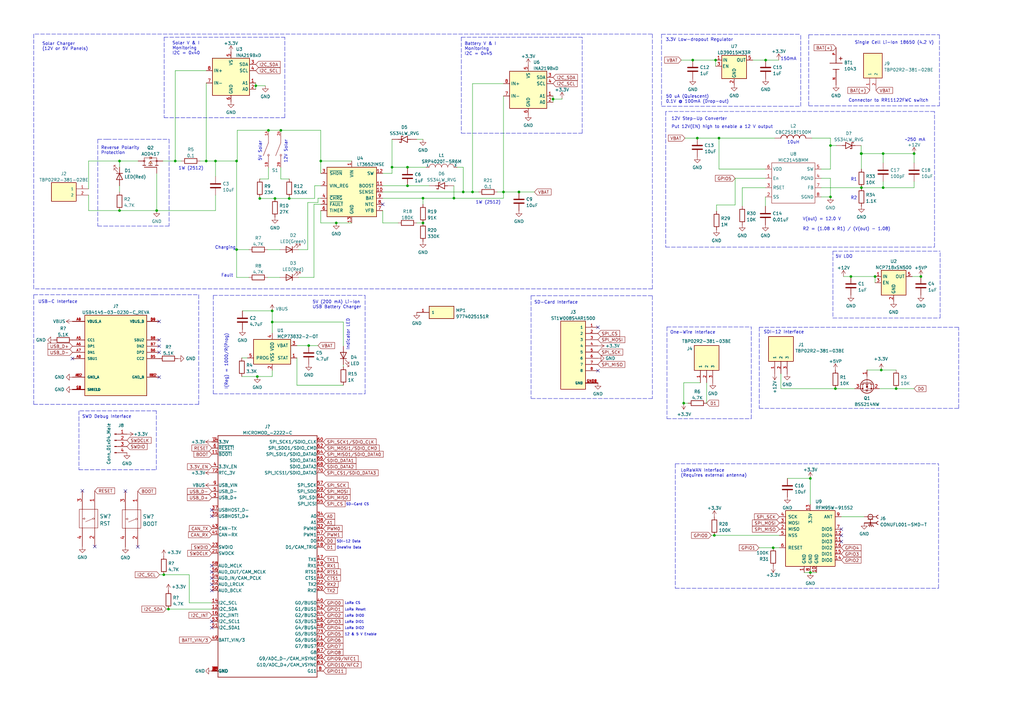
<source format=kicad_sch>
(kicad_sch (version 20211123) (generator eeschema)
  (paper "A3")
  (junction (at 348.996 113.411))
  (junction (at 84.582 66.04))
  (junction (at 361.442 151.765))
  (junction (at 69.088 249.809))
  (junction (at 88.392 66.04))
  (junction (at 374.904 62.992))
  (junction (at 173.482 91.44))
  (junction (at 367.538 159.385))
  (junction (at 49.022 66.04))
  (junction (at 332.359 234.823))
  (junction (at 377.698 113.411))
  (junction (at 110.109 53.467))
  (junction (at 104.902 35.179))
  (junction (at 332.359 196.215))
  (junction (at 126.619 141.732))
  (junction (at 226.822 40.64))
  (junction (at 186.182 81.28))
  (junction (at 71.882 66.04))
  (junction (at 105.537 154.432))
  (junction (at 160.782 68.58))
  (junction (at 353.314 76.962))
  (junction (at 292.989 219.583))
  (junction (at 173.482 81.28))
  (junction (at 284.1244 24.638))
  (junction (at 206.502 78.74))
  (junction (at 353.314 62.992))
  (junction (at 314.0202 24.638))
  (junction (at 212.852 78.74))
  (junction (at 111.633 127.508))
  (junction (at 167.132 76.2))
  (junction (at 362.204 62.992))
  (junction (at 317.119 224.663))
  (junction (at 115.189 53.467))
  (junction (at 67.183 235.712))
  (junction (at 286.004 56.642))
  (junction (at 189.992 78.74))
  (junction (at 362.204 76.962))
  (junction (at 112.776 81.407))
  (junction (at 340.614 59.69))
  (junction (at 280.416 165.354))
  (junction (at 358.902 113.411))
  (junction (at 111.633 132.08))
  (junction (at 97.028 102.362))
  (junction (at 342.646 159.385))
  (junction (at 49.022 86.36))
  (junction (at 137.922 91.44))
  (junction (at 340.614 80.772))
  (junction (at 293.497 24.638))
  (junction (at 167.132 68.58))
  (junction (at 118.618 81.407))
  (junction (at 353.187 62.992))
  (junction (at 106.553 81.407))
  (junction (at 294.894 56.642))
  (junction (at 193.802 78.74))
  (junction (at 97.028 66.04))
  (junction (at 131.572 66.04))
  (junction (at 64.262 86.36))
  (no_connect (at 245.237 152.019))
  (no_connect (at 245.237 134.239))
  (no_connect (at 29.718 147.066))
  (no_connect (at 65.278 139.446))
  (no_connect (at 65.278 144.526))
  (no_connect (at 65.278 141.986))
  (no_connect (at 65.278 131.826))
  (no_connect (at 65.278 154.686))
  (no_connect (at 86.868 242.189))
  (no_connect (at 86.868 237.109))
  (no_connect (at 86.868 232.029))
  (no_connect (at 86.868 239.649))
  (no_connect (at 86.868 234.569))
  (no_connect (at 56.515 224.282))
  (no_connect (at 51.435 201.422))
  (no_connect (at 33.782 201.295))
  (no_connect (at 38.862 224.155))
  (no_connect (at 86.868 211.709))
  (no_connect (at 86.868 209.169))
  (no_connect (at 156.972 83.82))
  (no_connect (at 345.059 222.123))
  (no_connect (at 345.059 219.583))
  (no_connect (at 345.059 217.043))
  (no_connect (at 86.868 254.889))
  (no_connect (at 86.868 257.429))
  (wire (pts (xy 131.572 53.467) (xy 131.572 66.04)))
  (wire (pts (xy 36.322 66.04) (xy 49.022 66.04)))
  (wire (pts (xy 340.614 59.69) (xy 340.614 69.342)))
  (wire (pts (xy 66.802 66.04) (xy 71.882 66.04)))
  (wire (pts (xy 362.204 62.992) (xy 362.204 66.802)))
  (polyline (pts (xy 267.589 163.449) (xy 217.805 163.449)))
  (wire (pts (xy 156.972 86.36) (xy 156.972 91.44)))
  (wire (pts (xy 97.028 113.792) (xy 102.108 113.792)))
  (wire (pts (xy 226.822 39.37) (xy 226.822 40.64)))
  (wire (pts (xy 110.109 53.467) (xy 115.189 53.467)))
  (wire (pts (xy 111.633 132.08) (xy 111.633 136.652)))
  (polyline (pts (xy 189.23 54.61) (xy 238.76 54.61)))
  (wire (pts (xy 97.282 53.467) (xy 97.282 66.04)))
  (wire (pts (xy 109.728 102.362) (xy 114.808 102.362)))
  (polyline (pts (xy 64.135 168.529) (xy 32.385 168.529)))
  (polyline (pts (xy 67.31 48.26) (xy 116.84 48.26)))
  (wire (pts (xy 193.802 34.29) (xy 206.502 34.29)))
  (wire (pts (xy 362.204 62.992) (xy 353.314 62.992)))
  (wire (pts (xy 156.972 81.28) (xy 173.482 81.28)))
  (polyline (pts (xy 13.843 165.862) (xy 63.246 165.862)))
  (wire (pts (xy 130.429 81.28) (xy 131.572 81.28)))
  (wire (pts (xy 294.894 56.642) (xy 317.754 56.642)))
  (polyline (pts (xy 393.192 167.513) (xy 393.192 134.239)))
  (polyline (pts (xy 40.132 57.15) (xy 40.132 92.71)))
  (wire (pts (xy 126.619 141.732) (xy 130.429 141.732)))
  (wire (pts (xy 308.737 24.638) (xy 314.0202 24.638)))
  (wire (pts (xy 313.944 73.152) (xy 301.498 73.152)))
  (polyline (pts (xy 331.724 14.224) (xy 331.724 43.434)))
  (wire (pts (xy 292.989 219.583) (xy 319.659 219.583)))
  (polyline (pts (xy 64.135 192.659) (xy 64.135 168.529)))
  (wire (pts (xy 131.572 53.467) (xy 115.189 53.467)))
  (polyline (pts (xy 217.805 121.285) (xy 217.805 163.449)))
  (wire (pts (xy 279.4 24.638) (xy 284.1244 24.638)))
  (wire (pts (xy 111.633 127.508) (xy 111.633 132.08)))
  (polyline (pts (xy 267.462 13.97) (xy 13.843 13.97)))
  (wire (pts (xy 115.189 68.707) (xy 115.189 73.406)))
  (wire (pts (xy 313.944 80.772) (xy 313.944 84.582)))
  (wire (pts (xy 167.132 68.58) (xy 174.752 68.58)))
  (polyline (pts (xy 341.63 102.997) (xy 385.572 102.997)))
  (wire (pts (xy 97.028 102.362) (xy 97.028 113.792)))
  (wire (pts (xy 362.204 74.422) (xy 362.204 76.962)))
  (wire (pts (xy 340.614 73.152) (xy 340.614 80.772)))
  (wire (pts (xy 170.942 91.44) (xy 173.482 91.44)))
  (wire (pts (xy 82.042 66.04) (xy 84.582 66.04)))
  (wire (pts (xy 64.262 71.12) (xy 64.262 86.36)))
  (wire (pts (xy 104.902 35.179) (xy 104.902 36.576)))
  (wire (pts (xy 156.972 91.44) (xy 163.322 91.44)))
  (polyline (pts (xy 331.724 43.434) (xy 385.318 43.434)))
  (polyline (pts (xy 331.724 14.224) (xy 385.318 14.224)))
  (wire (pts (xy 49.022 86.36) (xy 64.262 86.36)))
  (wire (pts (xy 77.597 235.712) (xy 77.597 247.269)))
  (wire (pts (xy 360.68 159.385) (xy 367.538 159.385)))
  (wire (pts (xy 99.187 154.432) (xy 105.537 154.432)))
  (polyline (pts (xy 81.534 120.904) (xy 81.534 165.862)))
  (polyline (pts (xy 311.404 167.513) (xy 393.192 167.513)))
  (polyline (pts (xy 273.558 134.112) (xy 273.558 171.704)))
  (wire (pts (xy 280.416 165.354) (xy 282.194 165.354)))
  (wire (pts (xy 332.994 56.642) (xy 340.614 56.642)))
  (wire (pts (xy 342.646 159.385) (xy 350.52 159.385)))
  (wire (pts (xy 71.882 66.04) (xy 74.422 66.04)))
  (wire (pts (xy 358.902 113.411) (xy 358.902 115.951)))
  (wire (pts (xy 118.618 81.407) (xy 129.032 81.407)))
  (wire (pts (xy 345.948 113.411) (xy 348.996 113.411)))
  (polyline (pts (xy 311.404 134.239) (xy 311.404 167.513)))
  (wire (pts (xy 304.419 76.962) (xy 313.944 76.962)))
  (wire (pts (xy 97.282 53.467) (xy 110.109 53.467)))
  (wire (pts (xy 36.322 80.01) (xy 36.322 86.36)))
  (wire (pts (xy 320.294 153.289) (xy 320.294 159.385)))
  (wire (pts (xy 126.238 83.058) (xy 130.429 83.058)))
  (wire (pts (xy 71.882 28.956) (xy 71.882 66.04)))
  (wire (pts (xy 294.894 56.642) (xy 294.894 69.342)))
  (polyline (pts (xy 308.102 171.704) (xy 308.102 134.112)))
  (wire (pts (xy 128.778 83.82) (xy 128.778 113.792)))
  (wire (pts (xy 122.428 102.362) (xy 126.238 102.362)))
  (polyline (pts (xy 81.534 165.862) (xy 63.246 165.862)))
  (wire (pts (xy 137.922 91.44) (xy 144.272 91.44)))
  (polyline (pts (xy 63.246 120.904) (xy 81.534 120.904)))
  (wire (pts (xy 230.505 40.64) (xy 230.505 40.386)))
  (wire (pts (xy 156.972 76.2) (xy 167.132 76.2)))
  (wire (pts (xy 226.822 40.64) (xy 226.822 41.91)))
  (wire (pts (xy 186.182 76.2) (xy 186.182 81.28)))
  (polyline (pts (xy 116.84 48.26) (xy 116.84 15.24)))
  (polyline (pts (xy 341.63 102.997) (xy 341.63 130.429)))
  (wire (pts (xy 68.199 249.809) (xy 69.088 249.809)))
  (wire (pts (xy 293.497 24.638) (xy 293.497 27.178)))
  (wire (pts (xy 105.537 154.432) (xy 111.633 154.432)))
  (wire (pts (xy 67.183 235.712) (xy 77.597 235.712)))
  (polyline (pts (xy 13.843 120.904) (xy 63.246 120.904)))
  (wire (pts (xy 345.059 211.963) (xy 354.457 211.963)))
  (wire (pts (xy 71.882 28.956) (xy 84.582 28.956)))
  (polyline (pts (xy 13.843 118.491) (xy 13.843 105.41)))
  (wire (pts (xy 317.119 224.663) (xy 319.659 224.663)))
  (wire (pts (xy 156.972 78.74) (xy 189.992 78.74)))
  (wire (pts (xy 131.572 91.44) (xy 137.922 91.44)))
  (wire (pts (xy 173.482 81.28) (xy 186.182 81.28)))
  (wire (pts (xy 206.502 78.74) (xy 212.852 78.74)))
  (wire (pts (xy 304.419 76.962) (xy 304.419 84.582)))
  (wire (pts (xy 106.553 81.407) (xy 112.776 81.407)))
  (wire (pts (xy 374.142 113.411) (xy 377.698 113.411)))
  (polyline (pts (xy 311.404 134.239) (xy 393.192 134.239)))
  (wire (pts (xy 340.614 56.642) (xy 340.614 59.69)))
  (wire (pts (xy 36.322 77.47) (xy 36.322 66.04)))
  (polyline (pts (xy 189.23 15.24) (xy 189.23 54.61)))
  (polyline (pts (xy 32.385 168.529) (xy 32.385 171.069)))
  (wire (pts (xy 293.878 84.074) (xy 293.878 86.614)))
  (polyline (pts (xy 276.987 190.246) (xy 276.987 241.3)))
  (wire (pts (xy 97.028 102.362) (xy 102.108 102.362)))
  (wire (pts (xy 126.238 83.058) (xy 126.238 102.362)))
  (wire (pts (xy 193.802 34.29) (xy 193.802 78.74)))
  (wire (pts (xy 118.618 81.026) (xy 118.618 81.407)))
  (polyline (pts (xy 238.76 54.61) (xy 238.76 15.24)))
  (wire (pts (xy 170.942 57.15) (xy 173.482 57.15)))
  (polyline (pts (xy 267.589 13.97) (xy 267.589 105.537)))
  (wire (pts (xy 97.028 66.04) (xy 97.282 66.04)))
  (wire (pts (xy 121.793 146.812) (xy 121.793 157.988)))
  (wire (pts (xy 88.392 66.04) (xy 88.392 72.39)))
  (polyline (pts (xy 40.132 92.71) (xy 43.942 92.71)))
  (wire (pts (xy 322.961 196.215) (xy 332.359 196.215)))
  (wire (pts (xy 131.572 66.04) (xy 131.572 71.12)))
  (wire (pts (xy 140.843 149.606) (xy 140.843 150.368)))
  (wire (pts (xy 122.428 113.792) (xy 128.778 113.792)))
  (wire (pts (xy 84.582 34.036) (xy 84.582 66.04)))
  (polyline (pts (xy 271.3228 14.0716) (xy 328.422 14.0716)))
  (wire (pts (xy 289.814 156.972) (xy 289.814 165.354)))
  (wire (pts (xy 332.359 196.215) (xy 332.359 206.883)))
  (wire (pts (xy 314.0202 24.638) (xy 319.3796 24.638)))
  (wire (pts (xy 129.032 76.2) (xy 131.572 76.2)))
  (wire (pts (xy 203.962 78.74) (xy 206.502 78.74)))
  (polyline (pts (xy 267.589 118.491) (xy 13.843 118.491)))
  (wire (pts (xy 99.441 127.508) (xy 111.633 127.508)))
  (wire (pts (xy 362.204 76.962) (xy 374.904 76.962)))
  (wire (pts (xy 88.392 86.36) (xy 88.392 80.01)))
  (wire (pts (xy 301.498 73.152) (xy 301.498 84.074)))
  (polyline (pts (xy 13.843 120.904) (xy 13.843 165.862)))
  (polyline (pts (xy 40.132 57.15) (xy 43.942 57.15)))
  (polyline (pts (xy 69.342 92.71) (xy 43.942 92.71)))
  (polyline (pts (xy 32.385 192.659) (xy 64.135 192.659)))
  (wire (pts (xy 64.262 86.36) (xy 88.392 86.36)))
  (polyline (pts (xy 149.733 161.544) (xy 149.733 121.158)))
  (wire (pts (xy 374.904 74.422) (xy 374.904 76.962)))
  (wire (pts (xy 291.719 219.583) (xy 292.989 219.583)))
  (wire (pts (xy 332.359 234.823) (xy 334.899 234.823)))
  (wire (pts (xy 206.502 39.37) (xy 206.502 78.74)))
  (wire (pts (xy 189.992 78.74) (xy 193.802 78.74)))
  (wire (pts (xy 121.793 141.732) (xy 126.619 141.732)))
  (wire (pts (xy 131.572 86.36) (xy 131.572 91.44)))
  (wire (pts (xy 65.405 235.712) (xy 67.183 235.712)))
  (wire (pts (xy 280.924 56.642) (xy 286.004 56.642)))
  (wire (pts (xy 156.972 71.12) (xy 160.782 71.12)))
  (polyline (pts (xy 87.503 121.158) (xy 149.733 121.158)))
  (polyline (pts (xy 267.589 105.41) (xy 267.589 118.491)))
  (wire (pts (xy 353.314 76.962) (xy 362.204 76.962)))
  (polyline (pts (xy 67.31 15.24) (xy 67.31 48.26)))
  (polyline (pts (xy 276.987 241.3) (xy 384.937 241.3)))
  (wire (pts (xy 329.819 234.823) (xy 332.359 234.823)))
  (wire (pts (xy 311.277 224.663) (xy 317.119 224.663)))
  (wire (pts (xy 294.894 69.342) (xy 313.944 69.342)))
  (wire (pts (xy 104.902 34.036) (xy 104.902 35.179)))
  (polyline (pts (xy 189.23 15.24) (xy 238.76 15.24)))
  (polyline (pts (xy 217.805 121.285) (xy 267.589 121.285)))
  (wire (pts (xy 121.793 157.988) (xy 140.843 157.988)))
  (wire (pts (xy 69.088 249.809) (xy 86.868 249.809)))
  (wire (pts (xy 99.187 146.812) (xy 101.473 146.812)))
  (wire (pts (xy 77.597 247.269) (xy 86.868 247.269)))
  (wire (pts (xy 97.028 66.04) (xy 97.028 102.362)))
  (wire (pts (xy 226.822 40.64) (xy 230.505 40.64)))
  (wire (pts (xy 49.022 66.04) (xy 56.642 66.04)))
  (wire (pts (xy 187.452 68.58) (xy 189.992 68.58)))
  (wire (pts (xy 129.032 81.407) (xy 129.032 76.2)))
  (polyline (pts (xy 328.422 43.5864) (xy 328.422 14.0716)))
  (wire (pts (xy 109.728 113.792) (xy 114.808 113.792)))
  (polyline (pts (xy 32.385 171.069) (xy 32.385 192.659)))
  (polyline (pts (xy 69.342 57.15) (xy 69.342 92.71)))
  (wire (pts (xy 336.804 73.152) (xy 340.614 73.152)))
  (wire (pts (xy 36.322 86.36) (xy 49.022 86.36)))
  (polyline (pts (xy 341.63 130.429) (xy 385.572 130.429)))
  (polyline (pts (xy 273.558 134.112) (xy 308.102 134.112)))
  (wire (pts (xy 84.582 66.04) (xy 88.392 66.04)))
  (wire (pts (xy 353.187 59.69) (xy 353.187 62.992)))
  (polyline (pts (xy 383.286 45.72) (xy 273.05 45.72)))
  (polyline (pts (xy 383.286 101.346) (xy 383.286 45.72)))
  (wire (pts (xy 189.992 68.58) (xy 189.992 78.74)))
  (polyline (pts (xy 271.3228 43.5864) (xy 328.422 43.5864)))
  (polyline (pts (xy 13.843 13.97) (xy 13.843 105.537)))
  (wire (pts (xy 111.633 132.08) (xy 140.843 132.08)))
  (wire (pts (xy 167.132 76.2) (xy 176.022 76.2)))
  (polyline (pts (xy 385.318 43.434) (xy 385.318 14.224)))
  (wire (pts (xy 374.904 62.992) (xy 362.204 62.992)))
  (wire (pts (xy 374.904 66.802) (xy 374.904 62.992)))
  (polyline (pts (xy 87.503 121.158) (xy 87.503 161.544)))
  (polyline (pts (xy 273.558 171.704) (xy 308.102 171.704)))
  (wire (pts (xy 280.416 156.972) (xy 287.274 156.972)))
  (wire (pts (xy 128.778 83.82) (xy 131.572 83.82)))
  (wire (pts (xy 49.022 66.04) (xy 49.022 68.58)))
  (wire (pts (xy 353.314 62.992) (xy 353.314 69.342)))
  (polyline (pts (xy 276.987 190.246) (xy 384.937 190.246)))
  (wire (pts (xy 340.614 80.772) (xy 336.804 80.772)))
  (wire (pts (xy 160.782 71.12) (xy 160.782 68.58)))
  (polyline (pts (xy 43.942 57.15) (xy 69.342 57.15)))
  (wire (pts (xy 320.294 159.385) (xy 342.646 159.385)))
  (polyline (pts (xy 271.3228 14.0462) (xy 271.3228 43.5864)))
  (polyline (pts (xy 384.937 241.3) (xy 384.937 190.246)))
  (polyline (pts (xy 273.05 45.72) (xy 273.05 101.346)))
  (wire (pts (xy 88.392 66.04) (xy 97.028 66.04)))
  (polyline (pts (xy 273.05 101.346) (xy 383.286 101.346)))
  (wire (pts (xy 355.6 151.765) (xy 361.442 151.765)))
  (wire (pts (xy 115.189 73.406) (xy 118.618 73.406)))
  (wire (pts (xy 286.004 56.642) (xy 294.894 56.642)))
  (wire (pts (xy 361.442 151.765) (xy 367.538 151.765)))
  (wire (pts (xy 160.782 57.15) (xy 160.782 68.58)))
  (wire (pts (xy 186.182 81.28) (xy 206.502 81.28)))
  (wire (pts (xy 131.572 66.04) (xy 144.272 66.04)))
  (wire (pts (xy 140.843 141.986) (xy 140.843 132.08)))
  (wire (pts (xy 284.1244 24.638) (xy 293.497 24.638)))
  (wire (pts (xy 340.614 59.69) (xy 343.027 59.69)))
  (wire (pts (xy 340.614 69.342) (xy 336.804 69.342)))
  (wire (pts (xy 106.553 73.406) (xy 110.109 73.406)))
  (wire (pts (xy 130.429 83.058) (xy 130.429 81.28)))
  (wire (pts (xy 367.538 159.385) (xy 374.904 159.385)))
  (wire (pts (xy 212.852 78.74) (xy 219.202 78.74)))
  (wire (pts (xy 173.482 81.28) (xy 173.482 83.82)))
  (wire (pts (xy 104.902 35.179) (xy 108.839 35.179)))
  (polyline (pts (xy 267.589 121.285) (xy 267.589 163.449)))
  (wire (pts (xy 206.502 81.28) (xy 206.502 78.74)))
  (wire (pts (xy 193.802 78.74) (xy 196.342 78.74)))
  (wire (pts (xy 353.187 62.992) (xy 353.314 62.992)))
  (wire (pts (xy 110.109 73.406) (xy 110.109 68.707)))
  (wire (pts (xy 348.996 113.411) (xy 358.902 113.411)))
  (wire (pts (xy 112.776 81.407) (xy 118.618 81.407)))
  (wire (pts (xy 111.633 154.432) (xy 111.633 151.892)))
  (wire (pts (xy 49.022 76.2) (xy 49.022 78.74)))
  (polyline (pts (xy 87.503 161.544) (xy 149.733 161.544)))
  (wire (pts (xy 301.498 84.074) (xy 293.878 84.074)))
  (wire (pts (xy 160.782 68.58) (xy 167.132 68.58)))
  (wire (pts (xy 280.416 165.354) (xy 280.416 156.972)))
  (wire (pts (xy 106.553 81.407) (xy 106.553 81.661)))
  (wire (pts (xy 336.804 76.962) (xy 353.314 76.962)))
  (wire (pts (xy 106.553 81.026) (xy 106.553 81.407)))
  (polyline (pts (xy 67.31 15.24) (xy 116.84 15.24)))
  (polyline (pts (xy 385.572 130.429) (xy 385.572 102.997)))
  (text "12V Step-Up Converter" (at 275.336 49.53 0) (effects (font (size 1.27 1.27)) (justify left bottom)))
  (text "LoRa CS" (at 141.351 248.031 0) (effects (font (size 1 1)) (justify left bottom)))
  (text "SWD Debug Interface" (at 33.655 171.704 0) (effects (font (size 1.27 1.27)) (justify left bottom)))
  (text "Fault" (at 90.678 113.792 0) (effects (font (size 1.27 1.27)) (justify left bottom)))
  (text "OneWire Data" (at 138.049 225.298 0) (effects (font (size 1 1)) (justify left bottom)))
  (text "1W (2512)" (at 73.152 69.85 0) (effects (font (size 1.27 1.27)) (justify left bottom)))
  (text "Put 12V(EN) high to enable a 12 V output" (at 275.336 52.832 0) (effects (font (size 1.27 1.27)) (justify left bottom)))
  (text "12V Solar" (at 117.983 66.929 90) (effects (font (size 1.27 1.27)) (justify left bottom)))
  (text "50 uA (Quiescent)\n0.1V @ 100mA (Drop-out)" (at 273.0754 42.4688 0) (effects (font (size 1.27 1.27)) (justify left bottom)))
  (text "Solar Charger\n(12V or 5V Panels)" (at 17.272 20.828 0) (effects (font (size 1.27 1.27)) (justify left bottom)))
  (text "~250 mA" (at 371.094 58.166 0) (effects (font (size 1.27 1.27)) (justify left bottom)))
  (text "Indicator LED" (at 143.51 143.637 90) (effects (font (size 1.27 1.27)) (justify left bottom)))
  (text "Battery V & I\nMonitoring\nI2C = 0x45" (at 190.5 22.86 0) (effects (font (size 1.27 1.27)) (justify left bottom)))
  (text "Solar V & I\nMonitoring\nI2C = 0x40" (at 70.612 22.606 0) (effects (font (size 1.27 1.27)) (justify left bottom)))
  (text "SDI-12 Data" (at 138.049 222.758 0) (effects (font (size 1 1)) (justify left bottom)))
  (text "LoRa Reset" (at 141.351 250.698 0) (effects (font (size 1 1)) (justify left bottom)))
  (text "Connector to RR11122FWC switch" (at 347.98 42.037 0) (effects (font (size 1.27 1.27)) (justify left bottom)))
  (text "V(out) = 12.0 V\n\nR2 = (1.08 x R1) / (V(out) - 1.08)" (at 329.184 94.742 0) (effects (font (size 1.27 1.27)) (justify left bottom)))
  (text "5V Solar" (at 107.442 66.167 90) (effects (font (size 1.27 1.27)) (justify left bottom)))
  (text "LoRa DIO0" (at 141.351 253.238 0) (effects (font (size 1 1)) (justify left bottom)))
  (text "5V LDO" (at 342.646 106.045 0) (effects (font (size 1.27 1.27)) (justify left bottom)))
  (text "5V (200 mA) Li-Ion \nUSB Battery Charger" (at 128.143 126.746 0) (effects (font (size 1.27 1.27)) (justify left bottom)))
  (text "SD-Card Interface" (at 219.075 124.841 0) (effects (font (size 1.27 1.27)) (justify left bottom)))
  (text "R1" (at 348.869 74.422 0) (effects (font (size 1.27 1.27)) (justify left bottom)))
  (text "I(Reg) = 1000/R(Prog)" (at 93.599 159.766 90) (effects (font (size 1.27 1.27)) (justify left bottom)))
  (text "1W (2512)" (at 195.072 83.82 0) (effects (font (size 1.27 1.27)) (justify left bottom)))
  (text "SDI-12 Interface" (at 313.182 137.033 0) (effects (font (size 1.27 1.27)) (justify left bottom)))
  (text "150mA" (at 320.1162 24.9936 0) (effects (font (size 1.27 1.27)) (justify left bottom)))
  (text "Charging" (at 88.138 102.362 0) (effects (font (size 1.27 1.27)) (justify left bottom)))
  (text "12 & 5 V Enable" (at 141.351 260.858 0) (effects (font (size 1 1)) (justify left bottom)))
  (text "10uH" (at 322.834 59.182 0) (effects (font (size 1.27 1.27)) (justify left bottom)))
  (text "LoRa DIO2" (at 141.351 258.318 0) (effects (font (size 1 1)) (justify left bottom)))
  (text "SD-Card CS" (at 141.859 207.518 0) (effects (font (size 1 1)) (justify left bottom)))
  (text "USB-C Interface" (at 15.621 124.587 0) (effects (font (size 1.27 1.27)) (justify left bottom)))
  (text "LoRa DIO1" (at 141.351 255.778 0) (effects (font (size 1 1)) (justify left bottom)))
  (text "LoRaWAN Interface\n(Requires external antenna)" (at 279.146 195.834 0) (effects (font (size 1.27 1.27)) (justify left bottom)))
  (text "Reverse Polarity\nProtection" (at 41.402 63.5 0) (effects (font (size 1.27 1.27)) (justify left bottom)))
  (text "Single Cell Li-Ion 18650 (4.2 V)" (at 350.52 18.288 0) (effects (font (size 1.27 1.27)) (justify left bottom)))
  (text "One-Wire Interface" (at 274.828 137.16 0) (effects (font (size 1.27 1.27)) (justify left bottom)))
  (text "3.3V Low-dropout Regulator" (at 272.9738 17.0942 0) (effects (font (size 1.27 1.27)) (justify left bottom)))
  (text "R2" (at 348.869 82.042 0) (effects (font (size 1.27 1.27)) (justify left bottom)))
  (global_label "GPIO2" (shape input) (at 132.588 252.349 0) (property "Intersheet References" "${INTERSHEET_REFS}" (effects hide)))
  (global_label "PWM1" (shape input) (at 132.588 219.329 0) (property "Intersheet References" "${INTERSHEET_REFS}" (effects hide)))
  (global_label "VBAT" (shape input) (at 279.4 24.638 180) (property "Intersheet References" "${INTERSHEET_REFS}" (effects hide)))
  (global_label "SWDIO" (shape input) (at 86.868 224.409 180) (property "Intersheet References" "${INTERSHEET_REFS}" (effects hide)))
  (global_label "PWM0" (shape input) (at 132.588 216.789 0) (property "Intersheet References" "${INTERSHEET_REFS}" (effects hide)))
  (global_label "RESET" (shape input) (at 38.862 201.295 0) (property "Intersheet References" "${INTERSHEET_REFS}" (effects hide)))
  (global_label "CAN_TX" (shape input) (at 86.868 216.789 180) (property "Intersheet References" "${INTERSHEET_REFS}" (effects hide)))
  (global_label "GPIO6" (shape input) (at 132.588 262.509 0) (property "Intersheet References" "${INTERSHEET_REFS}" (effects hide)))
  (global_label "GPIO4" (shape input) (at 132.588 257.429 0) (property "Intersheet References" "${INTERSHEET_REFS}" (effects hide)))
  (global_label "VBAT" (shape input) (at 130.429 141.732 0) (property "Intersheet References" "${INTERSHEET_REFS}" (effects hide)))
  (global_label "SPI_MISO1{slash}SDIO_DATA0" (shape input) (at 132.588 186.309 0) (property "Intersheet References" "${INTERSHEET_REFS}" (effects hide)))
  (global_label "D1" (shape input) (at 289.814 165.354 0) (property "Intersheet References" "${INTERSHEET_REFS}" (effects hide)))
  (global_label "GPIO4" (shape input) (at 345.059 224.663 0) (property "Intersheet References" "${INTERSHEET_REFS}" (effects hide)))
  (global_label "GPIO11" (shape input) (at 132.588 275.209 0) (property "Intersheet References" "${INTERSHEET_REFS}" (effects hide)))
  (global_label "I2C_SDA" (shape input) (at 68.199 249.809 180) (property "Intersheet References" "${INTERSHEET_REFS}" (effects hide)))
  (global_label "GPIO1" (shape input) (at 311.277 224.663 180) (property "Intersheet References" "${INTERSHEET_REFS}" (effects hide)))
  (global_label "USB_D-" (shape input) (at 86.868 201.549 180) (property "Intersheet References" "${INTERSHEET_REFS}" (effects hide)))
  (global_label "GPIO1" (shape input) (at 132.588 249.809 0) (property "Intersheet References" "${INTERSHEET_REFS}" (effects hide)))
  (global_label "I2C_SCL" (shape input) (at 65.405 235.712 180) (property "Intersheet References" "${INTERSHEET_REFS}" (effects hide)))
  (global_label "CAN_RX" (shape input) (at 86.868 219.329 180) (property "Intersheet References" "${INTERSHEET_REFS}" (effects hide)))
  (global_label "SDIO_DATA1" (shape input) (at 132.588 188.849 0) (property "Intersheet References" "${INTERSHEET_REFS}" (effects hide)))
  (global_label "3.3V_EN" (shape input) (at 86.868 191.389 180) (property "Intersheet References" "${INTERSHEET_REFS}" (effects hide)))
  (global_label "SPI_SCK" (shape input) (at 132.588 199.009 0) (property "Intersheet References" "${INTERSHEET_REFS}" (effects hide)))
  (global_label "RESET" (shape input) (at 86.868 183.769 180) (property "Intersheet References" "${INTERSHEET_REFS}" (effects hide)))
  (global_label "SDIO_DATA2" (shape input) (at 132.588 191.389 0) (property "Intersheet References" "${INTERSHEET_REFS}" (effects hide)))
  (global_label "I2C_INT" (shape input) (at 86.868 252.349 180) (property "Intersheet References" "${INTERSHEET_REFS}" (effects hide)))
  (global_label "I2C_SDA" (shape input) (at 226.822 31.75 0) (property "Intersheet References" "${INTERSHEET_REFS}" (effects hide)))
  (global_label "VBAT" (shape input) (at 280.924 56.642 180) (property "Intersheet References" "${INTERSHEET_REFS}" (effects hide)))
  (global_label "RX2" (shape input) (at 132.588 239.649 0) (property "Intersheet References" "${INTERSHEET_REFS}" (effects hide)))
  (global_label "D0" (shape input) (at 374.904 159.385 0) (property "Intersheet References" "${INTERSHEET_REFS}" (effects hide)))
  (global_label "CTS1" (shape input) (at 132.588 237.109 0) (property "Intersheet References" "${INTERSHEET_REFS}" (effects hide)))
  (global_label "SPI_MOSI" (shape input) (at 132.588 201.549 0) (property "Intersheet References" "${INTERSHEET_REFS}" (effects hide)))
  (global_label "TX1" (shape input) (at 132.588 229.489 0) (property "Intersheet References" "${INTERSHEET_REFS}" (effects hide)))
  (global_label "SPI_MOSI" (shape input) (at 319.659 214.503 180) (property "Intersheet References" "${INTERSHEET_REFS}" (effects hide)))
  (global_label "BATT_VIN{slash}3" (shape input) (at 86.868 262.509 180) (property "Intersheet References" "${INTERSHEET_REFS}" (effects hide)))
  (global_label "VBAT" (shape input) (at 219.202 78.74 0) (property "Intersheet References" "${INTERSHEET_REFS}" (effects hide)))
  (global_label "SWDCLK" (shape input) (at 52.07 180.594 0) (property "Intersheet References" "${INTERSHEET_REFS}" (effects hide)))
  (global_label "SPI_MISO" (shape input) (at 319.659 217.043 180) (property "Intersheet References" "${INTERSHEET_REFS}" (effects hide)))
  (global_label "BAT(+)" (shape input) (at 342.9 19.558 180) (property "Intersheet References" "${INTERSHEET_REFS}" (effects hide)))
  (global_label "I2C_SCL" (shape input) (at 104.902 28.956 0) (property "Intersheet References" "${INTERSHEET_REFS}" (effects hide)))
  (global_label "SPI_CS" (shape input) (at 132.588 206.629 0) (property "Intersheet References" "${INTERSHEET_REFS}" (effects hide)))
  (global_label "SPI_MOSI1{slash}SDIO_CMD" (shape input) (at 132.588 183.769 0) (property "Intersheet References" "${INTERSHEET_REFS}" (effects hide)))
  (global_label "SPI_MISO" (shape input) (at 245.237 149.479 0) (property "Intersheet References" "${INTERSHEET_REFS}" (effects hide)))
  (global_label "RTS1" (shape input) (at 132.588 234.569 0) (property "Intersheet References" "${INTERSHEET_REFS}" (effects hide)))
  (global_label "BOOT" (shape input) (at 86.868 186.309 180) (property "Intersheet References" "${INTERSHEET_REFS}" (effects hide)))
  (global_label "USB_D-" (shape input) (at 29.718 144.526 180) (property "Intersheet References" "${INTERSHEET_REFS}" (effects hide)))
  (global_label "GPIO10{slash}NFC2" (shape input) (at 132.588 272.669 0) (property "Intersheet References" "${INTERSHEET_REFS}" (effects hide)))
  (global_label "GPIO3" (shape input) (at 132.588 254.889 0) (property "Intersheet References" "${INTERSHEET_REFS}" (effects hide)))
  (global_label "SWDIO" (shape input) (at 52.07 183.134 0) (property "Intersheet References" "${INTERSHEET_REFS}" (effects hide)))
  (global_label "SPI_MOSI" (shape input) (at 245.237 139.319 0) (property "Intersheet References" "${INTERSHEET_REFS}" (effects hide)))
  (global_label "SPI_CS" (shape input) (at 245.237 136.779 0) (property "Intersheet References" "${INTERSHEET_REFS}" (effects hide)))
  (global_label "BOOT" (shape input) (at 56.515 201.422 0) (property "Intersheet References" "${INTERSHEET_REFS}" (effects hide)))
  (global_label "GPIO5" (shape input) (at 301.498 73.152 180) (property "Intersheet References" "${INTERSHEET_REFS}" (effects hide)))
  (global_label "SPI_SCK" (shape input) (at 245.237 144.399 0) (property "Intersheet References" "${INTERSHEET_REFS}" (effects hide)))
  (global_label "GPIO5" (shape input) (at 132.588 259.969 0) (property "Intersheet References" "${INTERSHEET_REFS}" (effects hide)))
  (global_label "GPIO8" (shape input) (at 132.588 267.589 0) (property "Intersheet References" "${INTERSHEET_REFS}" (effects hide)))
  (global_label "GPIO3" (shape input) (at 345.059 227.203 0) (property "Intersheet References" "${INTERSHEET_REFS}" (effects hide)))
  (global_label "SWDCLK" (shape input) (at 86.868 226.949 180) (property "Intersheet References" "${INTERSHEET_REFS}" (effects hide)))
  (global_label "I2C_SDA" (shape input) (at 104.902 26.416 0) (property "Intersheet References" "${INTERSHEET_REFS}" (effects hide)))
  (global_label "BAT(+)" (shape input) (at 356.743 37.084 180) (property "Intersheet References" "${INTERSHEET_REFS}" (effects hide)))
  (global_label "GPIO7" (shape input) (at 132.588 265.049 0) (property "Intersheet References" "${INTERSHEET_REFS}" (effects hide)))
  (global_label "SPI_SCK1{slash}SDIO_CLK" (shape input) (at 132.588 181.229 0) (property "Intersheet References" "${INTERSHEET_REFS}" (effects hide)))
  (global_label "A0" (shape input) (at 132.588 211.709 0) (property "Intersheet References" "${INTERSHEET_REFS}" (effects hide)))
  (global_label "USB_D+" (shape input) (at 29.718 141.986 180) (property "Intersheet References" "${INTERSHEET_REFS}" (effects hide)))
  (global_label "SPI_MISO" (shape input) (at 132.588 204.089 0) (property "Intersheet References" "${INTERSHEET_REFS}" (effects hide)))
  (global_label "A1" (shape input) (at 132.588 214.249 0) (property "Intersheet References" "${INTERSHEET_REFS}" (effects hide)))
  (global_label "GPIO2" (shape input) (at 345.059 229.743 0) (property "Intersheet References" "${INTERSHEET_REFS}" (effects hide)))
  (global_label "GPIO9{slash}NFC1" (shape input) (at 132.588 270.129 0) (property "Intersheet References" "${INTERSHEET_REFS}" (effects hide)))
  (global_label "GPIO0" (shape input) (at 132.588 247.269 0) (property "Intersheet References" "${INTERSHEET_REFS}" (effects hide)))
  (global_label "D1" (shape input) (at 132.588 224.409 0) (property "Intersheet References" "${INTERSHEET_REFS}" (effects hide)))
  (global_label "VBAT" (shape input) (at 359.283 37.084 0) (property "Intersheet References" "${INTERSHEET_REFS}" (effects hide)))
  (global_label "GPIO0" (shape input) (at 291.719 219.583 180) (property "Intersheet References" "${INTERSHEET_REFS}" (effects hide)))
  (global_label "SPI_CS1{slash}SDIO_DATA3" (shape input) (at 132.588 193.929 0) (property "Intersheet References" "${INTERSHEET_REFS}" (effects hide)))
  (global_label "RX1" (shape input) (at 132.588 232.029 0) (property "Intersheet References" "${INTERSHEET_REFS}" (effects hide)))
  (global_label "USB_D+" (shape input) (at 86.868 204.089 180) (property "Intersheet References" "${INTERSHEET_REFS}" (effects hide)))
  (global_label "D0" (shape input) (at 132.588 221.869 0) (property "Intersheet References" "${INTERSHEET_REFS}" (effects hide)))
  (global_label "I2C_SCL" (shape input) (at 226.822 34.29 0) (property "Intersheet References" "${INTERSHEET_REFS}" (effects hide)))
  (global_label "TX2" (shape input) (at 132.588 242.189 0) (property "Intersheet References" "${INTERSHEET_REFS}" (effects hide)))
  (global_label "SPI_SCK" (shape input) (at 319.659 211.963 180) (property "Intersheet References" "${INTERSHEET_REFS}" (effects hide)))
  (symbol (lib_id "Device:C") (at 126.619 145.542 0) (unit 1)
    (property "Reference" "C5" (at 129.54 144.7073 0) (effects (justify left)))
    (property "Value" "4.7uF" (at 129.54 147.2442 0) (effects (justify left)))
    (property "Footprint" "Capacitor_SMD:C_0805_2012Metric" (effects hide))
  )
  (symbol (lib_id "power:GND") (at 284.1244 32.258 0) (unit 1)
    (property "Reference" "#PWR0126" (effects hide))
    (property "Value" "GND" (at 284.1244 36.7014 0))
  )
  (symbol (lib_id "Device:R") (at 49.022 82.55 0) (unit 1)
    (property "Reference" "R2" (at 50.8 81.7153 0) (effects (justify left)))
    (property "Value" "4.7K" (at 50.8 84.2522 0) (effects (justify left)))
    (property "Footprint" "Resistor_SMD:R_0805_2012Metric" (effects hide))
  )
  (symbol (lib_id "DS04-254-2-02BK-SMT:DS04-254-2-02BK-SMT") (at 112.649 61.087 90) (mirror x) (unit 1)
    (property "Reference" "S1" (at 111.506 69.85 90) (effects (justify right)))
    (property "Value" "DS04-254-2-02BK-SMT" (effects hide))
    (property "Footprint" "DS04-254-2-02BK-SMT:SW_DS04-254-2-02BK-SMT" (effects hide))
    (property "MAXIMUM_PACKAGE_HEIGHT" "4.86 mm" (effects hide))
    (property "STANDARD" "Manufacturer Recommendations" (effects hide))
    (property "PARTREV" "V0.0" (effects hide))
    (property "MANUFACTURER" "CUI Inc." (effects hide))
  )
  (symbol (lib_id "power:GND") (at 304.419 92.202 0) (unit 1)
    (property "Reference" "#PWR0114" (effects hide))
    (property "Value" "GND" (at 304.419 96.6454 0))
  )
  (symbol (lib_id "Device:R") (at 69.088 147.066 270) (unit 1)
    (property "Reference" "R?" (at 69.088 142.3502 90))
    (property "Value" "5.1K" (at 69.088 144.8871 90))
    (property "Footprint" "Resistor_SMD:R_0805_2012Metric" (effects hide))
  )
  (symbol (lib_id "pspice:INDUCTOR") (at 181.102 68.58 0) (unit 1)
    (property "Reference" "L1" (at 181.102 63.7372 0))
    (property "Value" "SRP4020T-5R6M" (at 181.102 66.2741 0))
    (property "Footprint" "SRP4020TA-5R6M:IND_SRP4020TA-5R6M" (effects hide))
  )
  (symbol (lib_id "power:VBUS") (at 86.868 199.009 90) (unit 1)
    (property "Reference" "#PWR?" (effects hide))
    (property "Value" "VBUS" (at 78.994 199.009 90) (effects (justify right)))
  )
  (symbol (lib_id "Device:R") (at 353.314 80.772 180) (unit 1)
    (property "Reference" "R34" (at 355.092 79.9373 0) (effects (justify right)))
    (property "Value" "1.1K" (at 355.092 82.4742 0) (effects (justify right)))
    (property "Footprint" "Resistor_SMD:R_0805_2012Metric" (effects hide))
  )
  (symbol (lib_id "Device:R") (at 69.088 245.999 0) (unit 1)
    (property "Reference" "R?" (at 70.866 245.1643 0) (effects (justify left)))
    (property "Value" "4.7K" (at 70.866 247.7012 0) (effects (justify left)))
    (property "Footprint" "Resistor_SMD:R_0805_2012Metric" (effects hide))
  )
  (symbol (lib_id "Device:R") (at 286.004 165.354 270) (unit 1)
    (property "Reference" "R6" (at 286.004 160.6382 90))
    (property "Value" "4.7K" (at 286.004 163.1751 90))
    (property "Footprint" "Resistor_SMD:R_0805_2012Metric" (effects hide))
  )
  (symbol (lib_id "power:GND") (at 112.776 89.027 0) (unit 1)
    (property "Reference" "#PWR0105" (effects hide))
    (property "Value" "GND" (at 112.776 93.4704 0))
  )
  (symbol (lib_id "power:GND") (at 354.457 214.503 0) (unit 1)
    (property "Reference" "#PWR0151" (effects hide))
    (property "Value" "GND" (at 354.457 218.9464 0))
  )
  (symbol (lib_id "power:+3.3V") (at 319.3796 24.638 0) (unit 1)
    (property "Reference" "#PWR0124" (effects hide))
    (property "Value" "+3.3V" (at 319.3796 21.0622 0))
  )
  (symbol (lib_id "Device:R") (at 293.878 90.424 180) (unit 1)
    (property "Reference" "R29" (at 295.656 89.5893 0) (effects (justify right)))
    (property "Value" "1M" (at 295.656 92.1262 0) (effects (justify right)))
    (property "Footprint" "Resistor_SMD:R_0805_2012Metric" (effects hide))
  )
  (symbol (lib_id "power:GND") (at 173.482 99.06 0) (unit 1)
    (property "Reference" "#PWR0101" (effects hide))
    (property "Value" "GND" (at 173.482 103.5034 0))
  )
  (symbol (lib_id "power:GND") (at 245.237 146.939 90) (unit 1)
    (property "Reference" "#PWR04" (effects hide))
    (property "Value" "GND" (at 248.285 146.939 90) (effects (justify right)))
  )
  (symbol (lib_id "power:GND") (at 348.996 121.031 0) (unit 1)
    (property "Reference" "#PWR09" (effects hide))
    (property "Value" "GND" (at 348.996 125.4744 0))
  )
  (symbol (lib_id "Device:C") (at 284.1244 28.448 0) (unit 1)
    (property "Reference" "C12" (at 287.0454 27.6133 0) (effects (justify left)))
    (property "Value" "1uF" (at 287.0454 30.1502 0) (effects (justify left)))
    (property "Footprint" "Capacitor_SMD:C_0805_2012Metric" (effects hide))
  )
  (symbol (lib_id "Device:LED") (at 49.022 72.39 270) (unit 1)
    (property "Reference" "D1" (at 51.054 69.9678 90) (effects (justify left)))
    (property "Value" "LED(Red)" (at 51.054 72.5047 90) (effects (justify left)))
    (property "Footprint" "LED_SMD:LED_0805_2012Metric" (effects hide))
  )
  (symbol (lib_id "9774025151R:9774025151R") (at 181.102 128.143 0) (unit 1)
    (property "Reference" "MP1" (at 186.944 127.3083 0) (effects (justify left)))
    (property "Value" "9774025151R" (at 186.944 129.8452 0) (effects (justify left)))
    (property "Footprint" "9774025151R:WE_9774025151R" (effects hide))
    (property "MANUFACTURER" "Wurth Elektronik" (effects hide))
    (property "PARTREV" "001.001" (effects hide))
    (property "MAXIMUM_PACKAGE_HEIGHT" "2.6 mm" (effects hide))
    (property "STANDARD" "Manufacturer Recommendations" (effects hide))
  )
  (symbol (lib_id "ST1W008S4AR1500:ST1W008S4AR1500") (at 235.077 144.399 0) (mirror y) (unit 1)
    (property "Reference" "J3" (at 235.077 127.9992 0))
    (property "Value" "ST1W008S4AR1500" (at 235.077 130.5361 0))
    (property "Footprint" "ST1W008S4AR1500:JAE_ST1W008S4AR1500" (effects hide))
    (property "MANUFACTURER" "JAE Electronics" (effects hide))
    (property "MAXIMUM_PACKAGE_HEIGHT" "2.0 mm" (effects hide))
    (property "PARTREV" "2" (effects hide))
    (property "STANDARD" "Manufacturer Recommendations" (effects hide))
  )
  (symbol (lib_id "Device:LED") (at 118.618 113.792 180) (unit 1)
    (property "Reference" "D3" (at 120.2055 107.9332 0))
    (property "Value" "LED(Red)" (at 120.2055 110.4701 0))
    (property "Footprint" "LED_SMD:LED_0805_2012Metric" (effects hide))
  )
  (symbol (lib_id "power:+12V") (at 374.904 62.992 0) (unit 1)
    (property "Reference" "#PWR0119" (effects hide))
    (property "Value" "+12V" (at 374.904 59.4162 0))
  )
  (symbol (lib_id "power:+12V") (at 345.948 113.411 0) (unit 1)
    (property "Reference" "#PWR08" (effects hide))
    (property "Value" "+12V" (at 345.948 109.8352 0))
  )
  (symbol (lib_id "power:GND") (at 353.314 84.582 0) (unit 1)
    (property "Reference" "#PWR0121" (effects hide))
    (property "Value" "GND" (at 353.314 89.0254 0))
  )
  (symbol (lib_id "Device:C") (at 88.392 76.2 0) (unit 1)
    (property "Reference" "C3" (at 91.313 75.3653 0) (effects (justify left)))
    (property "Value" "10uF" (at 91.313 77.9022 0) (effects (justify left)))
    (property "Footprint" "Capacitor_SMD:C_0805_2012Metric" (effects hide))
  )
  (symbol (lib_id "power:GND") (at 72.898 147.066 90) (unit 1)
    (property "Reference" "#PWR?" (effects hide))
    (property "Value" "GND" (at 80.264 147.066 90) (effects (justify left)))
  )
  (symbol (lib_id "power:VBUS") (at 29.718 131.826 90) (unit 1)
    (property "Reference" "#PWR?" (effects hide))
    (property "Value" "VBUS" (at 21.717 131.826 90) (effects (justify right)))
  )
  (symbol (lib_id "power:GND") (at 33.782 224.155 0) (unit 1)
    (property "Reference" "#PWR0110" (effects hide))
    (property "Value" "GND" (at 33.782 228.5984 0))
  )
  (symbol (lib_id "CONUFL001-SMD-T:CONUFL001-SMD-T") (at 356.997 214.503 0) (mirror y) (unit 1)
    (property "Reference" "J6" (at 360.934 212.6523 0) (effects (justify right)))
    (property "Value" "CONUFL001-SMD-T" (at 360.934 215.1892 0) (effects (justify right)))
    (property "Footprint" "CONUFL001-SMD-T:LINX_CONUFL001-SMD-T" (effects hide))
    (property "PARTREV" "B" (effects hide))
    (property "STANDARD" "Manufacturer Recommendations" (effects hide))
    (property "MANUFACTURER" "Linx Technologies" (effects hide))
  )
  (symbol (lib_id "SS34LW_RVG:SS34LW_RVG") (at 181.102 76.2 180) (unit 1)
    (property "Reference" "D6" (at 181.102 71.2302 0))
    (property "Value" "SS34LW_RVG" (at 181.102 73.7671 0))
    (property "Footprint" "SS34LW_RVG:SODFL3718X102N" (effects hide))
    (property "MANUFACTURER" "Taiwan Semiconductor" (effects hide))
    (property "MAXIMUM_PACKAGE_HEIGHT" "1.02 mm" (effects hide))
    (property "STANDARD" "IPC-7351B" (effects hide))
    (property "PARTREV" "C2103" (effects hide))
  )
  (symbol (lib_id "power:GND") (at 332.359 234.823 0) (unit 1)
    (property "Reference" "#PWR0122" (effects hide))
    (property "Value" "GND" (at 332.359 239.2664 0))
  )
  (symbol (lib_id "Transistor_FET:BSS214NW") (at 355.6 156.845 90) (mirror x) (unit 1)
    (property "Reference" "Q1" (at 355.6 163.3204 90))
    (property "Value" "BSS214NW" (at 355.6 165.8573 90))
    (property "Footprint" "Package_TO_SOT_SMD:SOT-323_SC-70" (effects hide))
    (property "Datasheet" "https://www.infineon.com/dgdl/Infineon-BSS214NW-DS-v02_02-en.pdf?fileId=db3a30431b3e89eb011b695aebc01bde" (effects hide))
  )
  (symbol (lib_id "Device:R") (at 367.538 155.575 0) (unit 1)
    (property "Reference" "R3" (at 369.316 154.7403 0) (effects (justify left)))
    (property "Value" "10K" (at 369.316 157.2772 0) (effects (justify left)))
    (property "Footprint" "Resistor_SMD:R_0805_2012Metric" (effects hide))
  )
  (symbol (lib_id "power:GND") (at 377.698 121.031 0) (unit 1)
    (property "Reference" "#PWR014" (effects hide))
    (property "Value" "GND" (at 377.698 125.4744 0))
  )
  (symbol (lib_id "Device:R") (at 353.314 73.152 180) (unit 1)
    (property "Reference" "R33" (at 355.092 72.3173 0) (effects (justify right)))
    (property "Value" "10K" (at 355.092 74.8542 0) (effects (justify right)))
    (property "Footprint" "Resistor_SMD:R_0805_2012Metric" (effects hide))
  )
  (symbol (lib_id "Device:LED") (at 140.843 145.796 90) (unit 1)
    (property "Reference" "D4" (at 143.764 146.5488 90) (effects (justify right)))
    (property "Value" "LED" (at 143.764 149.0857 90) (effects (justify right)))
    (property "Footprint" "LED_SMD:LED_0805_2012Metric" (effects hide))
  )
  (symbol (lib_id "TBP02R2-381-02BE:TBP02R2-381-02BE") (at 359.283 26.924 90) (unit 1)
    (property "Reference" "J9" (at 362.585 26.0893 90) (effects (justify right)))
    (property "Value" "TBP02R2-381-02BE" (at 362.585 28.6262 90) (effects (justify right)))
    (property "Footprint" "TBP02R2-381-02BE:CUI_TBP02R2-381-02BE" (effects hide))
    (property "MANUFACTURER" "CUI" (effects hide))
    (property "STANDARD" "Manufacturer Recommendations" (effects hide))
  )
  (symbol (lib_id "power:GND") (at 293.878 94.234 0) (unit 1)
    (property "Reference" "#PWR0112" (effects hide))
    (property "Value" "GND" (at 293.878 98.6774 0))
  )
  (symbol (lib_id "power:GND") (at 86.868 275.209 270) (unit 1)
    (property "Reference" "#PWR?" (effects hide))
    (property "Value" "GND" (at 80.01 275.209 90) (effects (justify left)))
  )
  (symbol (lib_id "Device:R") (at 140.843 154.178 180) (unit 1)
    (property "Reference" "R15" (at 142.621 153.3433 0) (effects (justify right)))
    (property "Value" "1K" (at 142.621 155.8802 0) (effects (justify right)))
    (property "Footprint" "Resistor_SMD:R_0805_2012Metric" (effects hide))
  )
  (symbol (lib_id "power:GND") (at 29.718 159.766 270) (unit 1)
    (property "Reference" "#PWR?" (effects hide))
    (property "Value" "GND" (at 22.352 159.766 90) (effects (justify left)))
  )
  (symbol (lib_id "Device:R") (at 105.918 102.362 90) (unit 1)
    (property "Reference" "R7" (at 105.918 97.6462 90))
    (property "Value" "4.7K" (at 105.918 100.1831 90))
    (property "Footprint" "Resistor_SMD:R_0805_2012Metric" (effects hide))
  )
  (symbol (lib_id "Device:R") (at 25.908 139.446 270) (unit 1)
    (property "Reference" "R?" (at 25.908 134.7302 90))
    (property "Value" "5.1K" (at 25.908 137.2671 90))
    (property "Footprint" "Resistor_SMD:R_0805_2012Metric" (effects hide))
  )
  (symbol (lib_id "Analog_ADC:INA219BxD") (at 216.662 36.83 0) (unit 1)
    (property "Reference" "U6" (at 218.6814 25.5102 0) (effects (justify left)))
    (property "Value" "INA219BxD" (at 218.6814 28.0471 0) (effects (justify left)))
    (property "Footprint" "Package_SO:SOIC-8_3.9x4.9mm_P1.27mm" (effects hide))
    (property "Datasheet" "http://www.ti.com/lit/ds/symlink/ina219.pdf" (effects hide))
  )
  (symbol (lib_id "power:+3.3V") (at 332.359 196.215 0) (unit 1)
    (property "Reference" "#PWR0148" (effects hide))
    (property "Value" "+3.3V" (at 332.359 192.6392 0))
  )
  (symbol (lib_id "Device:C") (at 286.004 60.452 0) (unit 1)
    (property "Reference" "C13" (at 288.925 59.6173 0) (effects (justify left)))
    (property "Value" "10uF" (at 288.925 62.1542 0) (effects (justify left)))
    (property "Footprint" "Capacitor_SMD:C_0805_2012Metric" (effects hide))
  )
  (symbol (lib_id "Device:C") (at 374.904 70.612 0) (unit 1)
    (property "Reference" "C18" (at 377.825 69.7773 0) (effects (justify left)))
    (property "Value" "10uF" (at 377.825 72.3142 0) (effects (justify left)))
    (property "Footprint" "Capacitor_SMD:C_0805_2012Metric" (effects hide))
  )
  (symbol (lib_id "2022-10-04_00-56-22:1977223-6") (at 38.862 192.405 270) (unit 1)
    (property "Reference" "SW?" (at 40.8432 211.7488 90) (effects (font (size 1.524 1.524)) (justify left)))
    (property "Value" "RST" (at 40.8432 214.7422 90) (effects (font (size 1.524 1.524)) (justify left)))
    (property "Footprint" "SW_1977223-6_TEC" (effects hide))
  )
  (symbol (lib_id "power:+3.3V") (at 317.119 232.283 180) (unit 1)
    (property "Reference" "#PWR0123" (effects hide))
    (property "Value" "+3.3V" (at 317.119 235.8588 0))
  )
  (symbol (lib_id "AOD417:AOD417") (at 61.722 68.58 270) (mirror x) (unit 1)
    (property "Reference" "Q2" (at 61.722 60.613 90))
    (property "Value" "AOD417" (at 61.722 63.1499 90))
    (property "Footprint" "AOD417:DPAK228P994X240_3N" (effects hide))
    (property "MANUFACTURER" "Alpha & Omega Semiconductor Inc." (effects hide))
    (property "STANDARD" "IPC7351B" (effects hide))
    (property "PARTREV" "U" (effects hide))
  )
  (symbol (lib_id "Device:R") (at 342.646 155.575 0) (unit 1)
    (property "Reference" "R1" (at 344.424 154.7403 0) (effects (justify left)))
    (property "Value" "10K" (at 344.424 157.2772 0) (effects (justify left)))
    (property "Footprint" "Resistor_SMD:R_0805_2012Metric" (effects hide))
  )
  (symbol (lib_id "USB4145-03-0230-C_REVA:USB4145-03-0230-C_REVA") (at 47.498 144.526 0) (unit 1)
    (property "Reference" "J?" (at 47.498 125.5862 0))
    (property "Value" "USB4145-03-0230-C_REVA" (at 47.498 128.1231 0))
    (property "Footprint" "GCT_USB4145-03-0230-C_REVA" (effects hide))
    (property "STANDARD" "Manufacturer Recommendations" (effects hide))
    (property "PARTREV" "A" (effects hide))
    (property "MANUFACTURER" "GCT" (effects hide))
    (property "SNAPEDA_PN" "USB4145-03-0230-C" (effects hide))
    (property "MAXIMUM_PACKAGE_HEIGHT" "7.46 mm" (effects hide))
  )
  (symbol (lib_id "power:+5VP") (at 342.646 151.765 0) (unit 1)
    (property "Reference" "#PWR06" (effects hide))
    (property "Value" "+5VP" (at 342.646 148.1892 0))
  )
  (symbol (lib_id "power:+3.3V") (at 67.183 228.092 0) (unit 1)
    (property "Reference" "#PWR?" (effects hide))
    (property "Value" "+3.3V" (at 68.453 226.568 0) (effects (justify left)))
  )
  (symbol (lib_id "Connector:Conn_01x04_Male") (at 46.99 180.594 0) (unit 1)
    (property "Reference" "J8" (at 49.657 174.498 0))
    (property "Value" "Conn_01x04_Male" (at 44.577 181.991 90))
    (property "Footprint" "Connector_PinHeader_2.54mm:PinHeader_1x04_P2.54mm_Vertical" (effects hide))
  )
  (symbol (lib_id "TBP02R2-381-02BE:TBP02R2-381-02BE") (at 26.162 80.01 0) (mirror y) (unit 1)
    (property "Reference" "J2" (at 26.162 71.2302 0))
    (property "Value" "TBP02R2-381-02BE" (at 26.162 73.7671 0))
    (property "Footprint" "TBP02R2-381-02BE:CUI_TBP02R2-381-02BE" (effects hide))
    (property "MANUFACTURER" "CUI" (effects hide))
    (property "STANDARD" "Manufacturer Recommendations" (effects hide))
  )
  (symbol (lib_id "Device:R") (at 118.618 77.216 0) (unit 1)
    (property "Reference" "R12" (at 120.396 76.3813 0) (effects (justify left)))
    (property "Value" "53.6K" (at 120.396 78.9182 0) (effects (justify left)))
    (property "Footprint" "Resistor_SMD:R_0805_2012Metric" (effects hide))
  )
  (symbol (lib_id "Device:R") (at 99.187 150.622 180) (unit 1)
    (property "Reference" "R4" (at 100.965 149.7873 0) (effects (justify right)))
    (property "Value" "3.3K" (at 100.965 152.3242 0) (effects (justify right)))
    (property "Footprint" "Resistor_SMD:R_0805_2012Metric" (effects hide))
  )
  (symbol (lib_id "power:GND") (at 105.537 154.432 0) (unit 1)
    (property "Reference" "#PWR0140" (effects hide))
    (property "Value" "GND" (at 105.537 158.8754 0))
  )
  (symbol (lib_id "Regulator_Linear:NCP718xSN500") (at 366.522 115.951 0) (unit 1)
    (property "Reference" "U2" (at 366.522 107.1712 0))
    (property "Value" "NCP718xSN500" (at 366.522 109.7081 0))
    (property "Footprint" "Package_TO_SOT_SMD:SOT-23-5" (effects hide))
    (property "Datasheet" "https://www.onsemi.com/pub/Collateral/NCP718-D.PDF" (effects hide))
  )
  (symbol (lib_id "power:GND") (at 173.482 57.15 0) (unit 1)
    (property "Reference" "#PWR0103" (effects hide))
    (property "Value" "GND" (at 173.482 61.5934 0))
  )
  (symbol (lib_id "power:+3.3V") (at 86.868 193.929 90) (unit 1)
    (property "Reference" "#PWR?" (effects hide))
    (property "Value" "+3.3V" (at 78.359 193.929 90) (effects (justify right)))
  )
  (symbol (lib_id "power:+5VP") (at 377.698 113.411 0) (unit 1)
    (property "Reference" "#PWR013" (effects hide))
    (property "Value" "+5VP" (at 377.698 109.8352 0))
  )
  (symbol (lib_id "1043:1043") (at 342.9 27.178 270) (unit 1)
    (property "Reference" "BT1" (at 346.202 25.7083 90) (effects (justify left)))
    (property "Value" "1043" (at 346.202 28.2452 90) (effects (justify left)))
    (property "Footprint" "1043:BAT_1043" (effects hide))
    (property "MANUFACTURER" "Keystone" (effects hide))
    (property "PARTREV" "H" (effects hide))
    (property "STANDARD" "Manufacturer Recommendations" (effects hide))
    (property "MAXIMUM_PACKAGE_HEIGHT" "14.86mm" (effects hide))
  )
  (symbol (lib_id "Device:C") (at 212.852 82.55 0) (unit 1)
    (property "Reference" "C9" (at 215.773 81.7153 0) (effects (justify left)))
    (property "Value" "10uF" (at 215.773 84.2522 0) (effects (justify left)))
    (property "Footprint" "Capacitor_SMD:C_0805_2012Metric" (effects hide))
  )
  (symbol (lib_id "Device:R") (at 292.989 215.773 180) (unit 1)
    (property "Reference" "R28" (at 294.767 214.9383 0) (effects (justify right)))
    (property "Value" "100K" (at 294.767 217.4752 0) (effects (justify right)))
    (property "Footprint" "Resistor_SMD:R_0805_2012Metric" (effects hide))
  )
  (symbol (lib_id "power:GND") (at 313.944 92.202 0) (unit 1)
    (property "Reference" "#PWR0113" (effects hide))
    (property "Value" "GND" (at 313.944 96.6454 0))
  )
  (symbol (lib_id "power:GND") (at 99.441 135.128 0) (unit 1)
    (property "Reference" "#PWR0141" (effects hide))
    (property "Value" "GND" (at 99.441 139.5714 0))
  )
  (symbol (lib_id "Device:R") (at 173.482 95.25 180) (unit 1)
    (property "Reference" "R20" (at 175.26 94.4153 0) (effects (justify right)))
    (property "Value" "330K" (at 175.26 96.9522 0) (effects (justify right)))
    (property "Footprint" "Resistor_SMD:R_0805_2012Metric" (effects hide))
  )
  (symbol (lib_id "SS34LW_RVG:SS34LW_RVG") (at 348.107 59.69 0) (unit 1)
    (property "Reference" "D?" (at 348.107 54.7202 0))
    (property "Value" "SS34LW_RVG" (at 348.107 57.2571 0))
    (property "Footprint" "SS34LW_RVG:SODFL3718X102N" (effects hide))
    (property "MANUFACTURER" "Taiwan Semiconductor" (effects hide))
    (property "MAXIMUM_PACKAGE_HEIGHT" "1.02 mm" (effects hide))
    (property "STANDARD" "IPC-7351B" (effects hide))
    (property "PARTREV" "C2103" (effects hide))
  )
  (symbol (lib_id "RF_Module:RFM95W-915S2") (at 332.359 219.583 0) (unit 1)
    (property "Reference" "U9" (at 334.3784 205.7232 0) (effects (justify left)))
    (property "Value" "RFM95W-915S2" (at 334.3784 208.2601 0) (effects (justify left)))
    (property "Footprint" "RFM95W-915S2:XCVR_RFM95W-915S2" (effects hide))
    (property "Datasheet" "https://www.hoperf.com/data/upload/portal/20181127/5bfcbea20e9ef.pdf" (effects hide))
  )
  (symbol (lib_id "power:GND") (at 108.839 35.179 0) (unit 1)
    (property "Reference" "#PWR0138" (effects hide))
    (property "Value" "GND" (at 108.839 39.6224 0))
  )
  (symbol (lib_id "power:+3.3V") (at 245.237 141.859 270) (unit 1)
    (property "Reference" "#PWR03" (effects hide))
    (property "Value" "+3.3V" (at 248.285 141.859 90) (effects (justify left)))
  )
  (symbol (lib_id "power:GND") (at 314.0202 32.258 0) (unit 1)
    (property "Reference" "#PWR0127" (effects hide))
    (property "Value" "GND" (at 314.0202 36.7014 0))
  )
  (symbol (lib_id "Device:C") (at 362.204 70.612 0) (unit 1)
    (property "Reference" "C17" (at 365.125 69.7773 0) (effects (justify left)))
    (property "Value" "100pF" (at 365.125 72.3142 0) (effects (justify left)))
    (property "Footprint" "Capacitor_SMD:C_0805_2012Metric" (effects hide))
  )
  (symbol (lib_id "power:+3.3V") (at 69.088 242.189 0) (unit 1)
    (property "Reference" "#PWR?" (effects hide))
    (property "Value" "+3.3V" (at 70.358 240.665 0) (effects (justify left)))
  )
  (symbol (lib_id "power:+3.3V") (at 94.742 21.336 0) (unit 1)
    (property "Reference" "#PWR0137" (effects hide))
    (property "Value" "+3.3V" (at 94.742 17.7602 0))
  )
  (symbol (lib_id "Battery_Management:MCP73832-2-OT") (at 111.633 144.272 0) (unit 1)
    (property "Reference" "U1" (at 113.6524 135.4922 0) (effects (justify left)))
    (property "Value" "MCP73832-2-OT" (at 113.6524 138.0291 0) (effects (justify left)))
    (property "Footprint" "Package_TO_SOT_SMD:SOT-23-5" (effects hide))
    (property "Datasheet" "http://ww1.microchip.com/downloads/en/DeviceDoc/20001984g.pdf" (effects hide))
  )
  (symbol (lib_id "power:GND") (at 51.435 224.282 0) (unit 1)
    (property "Reference" "#PWR?" (effects hide))
    (property "Value" "GND" (at 51.435 228.7254 0))
  )
  (symbol (lib_id "Device:R") (at 106.553 77.216 0) (unit 1)
    (property "Reference" "R9" (at 108.331 76.3813 0) (effects (justify left)))
    (property "Value" "23K" (at 108.331 78.9182 0) (effects (justify left)))
    (property "Footprint" "Resistor_SMD:R_0805_2012Metric" (effects hide))
  )
  (symbol (lib_id "power:GND") (at 322.834 153.289 0) (unit 1)
    (property "Reference" "#PWR02" (effects hide))
    (property "Value" "GND" (at 322.834 157.7324 0))
  )
  (symbol (lib_id "Device:R") (at 78.232 66.04 90) (unit 1)
    (property "Reference" "R5" (at 78.232 61.3242 90))
    (property "Value" "0.1" (at 78.232 63.8611 90))
    (property "Footprint" "Resistor_SMD:R_2512_6332Metric" (effects hide))
  )
  (symbol (lib_id "power:+3.3V") (at 230.505 40.386 0) (unit 1)
    (property "Reference" "#PWR0116" (effects hide))
    (property "Value" "+3.3V" (at 230.505 36.8102 0))
  )
  (symbol (lib_id "power:GND") (at 52.07 185.674 0) (unit 1)
    (property "Reference" "#PWR0142" (effects hide))
    (property "Value" "GND" (at 52.07 190.1174 0))
  )
  (symbol (lib_id "Micromod:MICROMOD_-2222-C") (at 109.728 232.029 0) (unit 1)
    (property "Reference" "J?" (at 109.728 174.9892 0))
    (property "Value" "MICROMOD_-2222-C" (at 109.728 177.5261 0))
    (property "Footprint" "Micromod:M.2-CONNECTOR-E" (effects hide))
    (property "PROD_ID" "CONN-14877" (effects hide))
  )
  (symbol (lib_id "Device:R") (at 67.183 231.902 0) (unit 1)
    (property "Reference" "R?" (at 68.961 231.0673 0) (effects (justify left)))
    (property "Value" "4.7K" (at 68.961 233.6042 0) (effects (justify left)))
    (property "Footprint" "Resistor_SMD:R_0805_2012Metric" (effects hide))
  )
  (symbol (lib_id "Device:C") (at 314.0202 28.448 0) (unit 1)
    (property "Reference" "C15" (at 316.9412 27.6133 0) (effects (justify left)))
    (property "Value" "1uF" (at 316.9412 30.1502 0) (effects (justify left)))
    (property "Footprint" "Capacitor_SMD:C_0805_2012Metric" (effects hide))
  )
  (symbol (lib_id "Device:R") (at 105.918 113.792 90) (unit 1)
    (property "Reference" "R8" (at 105.918 109.0762 90))
    (property "Value" "4.7K" (at 105.918 111.6131 90))
    (property "Footprint" "Resistor_SMD:R_0805_2012Metric" (effects hide))
  )
  (symbol (lib_id "Regulator_Linear:LD39015M33R") (at 301.117 27.178 0) (unit 1)
    (property "Reference" "U7" (at 301.117 19.0332 0))
    (property "Value" "LD39015M33R" (at 301.117 21.5701 0))
    (property "Footprint" "Package_TO_SOT_SMD:SOT-23-5" (effects hide))
    (property "Datasheet" "http://www.st.com/resource/en/datasheet/ld39015.pdf" (effects hide))
  )
  (symbol (lib_id "Device:C") (at 377.698 117.221 0) (unit 1)
    (property "Reference" "C4" (at 380.619 116.3863 0) (effects (justify left)))
    (property "Value" "1uF" (at 380.619 118.9232 0) (effects (justify left)))
    (property "Footprint" "Capacitor_SMD:C_0805_2012Metric" (effects hide))
  )
  (symbol (lib_id "Device:C") (at 167.132 72.39 0) (unit 1)
    (property "Reference" "C6" (at 170.053 71.5553 0) (effects (justify left)))
    (property "Value" "1uF" (at 170.053 74.0922 0) (effects (justify left)))
    (property "Footprint" "Capacitor_SMD:C_0805_2012Metric" (effects hide))
  )
  (symbol (lib_id "power:GND") (at 245.237 157.099 0) (unit 1)
    (property "Reference" "#PWR05" (effects hide))
    (property "Value" "GND" (at 245.237 161.5424 0))
  )
  (symbol (lib_id "Device:C") (at 348.996 117.221 0) (unit 1)
    (property "Reference" "C1" (at 351.917 116.3863 0) (effects (justify left)))
    (property "Value" "1uF" (at 351.917 118.9232 0) (effects (justify left)))
    (property "Footprint" "Capacitor_SMD:C_0805_2012Metric" (effects hide))
  )
  (symbol (lib_id "power:GND") (at 126.619 149.352 0) (unit 1)
    (property "Reference" "#PWR0130" (effects hide))
    (property "Value" "GND" (at 126.619 153.7954 0))
  )
  (symbol (lib_id "CBC2518T100M:CBC2518T100M") (at 325.374 56.642 0) (unit 1)
    (property "Reference" "L2" (at 325.374 51.6722 0))
    (property "Value" "CBC2518T100M" (at 325.374 54.2091 0))
    (property "Footprint" "CBC2518T100M:INDC2518X200N" (effects hide))
  )
  (symbol (lib_id "Device:R") (at 200.152 78.74 90) (unit 1)
    (property "Reference" "R21" (at 200.152 74.0242 90))
    (property "Value" "0.1" (at 200.152 76.5611 90))
    (property "Footprint" "Resistor_SMD:R_2512_6332Metric" (effects hide))
  )
  (symbol (lib_id "power:GND") (at 292.354 156.972 0) (unit 1)
    (property "Reference" "#PWR011" (effects hide))
    (property "Value" "GND" (at 292.354 161.4154 0))
  )
  (symbol (lib_id "Device:R") (at 304.419 88.392 180) (unit 1)
    (property "Reference" "R30" (at 306.197 87.5573 0) (effects (justify right)))
    (property "Value" "10K" (at 306.197 90.0942 0) (effects (justify right)))
    (property "Footprint" "Resistor_SMD:R_0805_2012Metric" (effects hide))
  )
  (symbol (lib_id "power:GND") (at 286.004 64.262 0) (unit 1)
    (property "Reference" "#PWR0118" (effects hide))
    (property "Value" "GND" (at 286.004 68.7054 0))
  )
  (symbol (lib_id "Device:C") (at 322.961 200.025 0) (unit 1)
    (property "Reference" "C16" (at 325.882 199.1903 0) (effects (justify left)))
    (property "Value" "10uF" (at 325.882 201.7272 0) (effects (justify left)))
    (property "Footprint" "Capacitor_SMD:C_0805_2012Metric" (effects hide))
  )
  (symbol (lib_id "power:GND") (at 22.098 139.446 270) (unit 1)
    (property "Reference" "#PWR?" (effects hide))
    (property "Value" "GND" (at 14.732 139.446 90) (effects (justify left)))
  )
  (symbol (lib_id "power:GND") (at 340.614 80.772 0) (unit 1)
    (property "Reference" "#PWR0120" (effects hide))
    (property "Value" "GND" (at 340.614 85.2154 0))
  )
  (symbol (lib_id "power:GND") (at 29.718 154.686 270) (unit 1)
    (property "Reference" "#PWR?" (effects hide))
    (property "Value" "GND" (at 22.352 154.686 90) (effects (justify left)))
  )
  (symbol (lib_id "TBP02R2-381-03BE:TBP02R2-381-03BE") (at 320.294 143.129 90) (unit 1)
    (property "Reference" "J1" (at 327.406 141.351 90) (effects (justify right)))
    (property "Value" "TBP02R2-381-03BE" (at 326.136 143.891 90) (effects (justify right)))
    (property "Footprint" "TBP02R2-381-03BE:CUI_TBP02R2-381-03BE" (effects hide))
    (property "STANDARD" "Manufacturer Recommendations" (effects hide))
    (property "MANUFACTURER" "CUI" (effects hide))
  )
  (symbol (lib_id "power:GND") (at 64.262 86.36 0) (unit 1)
    (property "Reference" "#PWR0131" (effects hide))
    (property "Value" "GND" (at 64.262 90.8034 0))
  )
  (symbol (lib_id "Device:LED") (at 118.618 102.362 180) (unit 1)
    (property "Reference" "D2" (at 120.2055 96.5032 0))
    (property "Value" "LED(Green)" (at 120.2055 99.0401 0))
    (property "Footprint" "LED_SMD:LED_0805_2012Metric" (effects hide))
  )
  (symbol (lib_id "2022-10-04_00-56-22:1977223-6") (at 56.515 192.532 270) (unit 1)
    (property "Reference" "SW?" (at 58.4962 211.8758 90) (effects (font (size 1.524 1.524)) (justify left)))
    (property "Value" "BOOT" (at 58.4962 214.8692 90) (effects (font (size 1.524 1.524)) (justify left)))
    (property "Footprint" "SW_1977223-6_TEC" (effects hide))
  )
  (symbol (lib_id "MIC2145BMM:MIC2145BMM") (at 325.374 64.262 0) (unit 1)
    (property "Reference" "U8" (at 325.374 63.153 0))
    (property "Value" "MIC2145BMM" (at 325.374 65.6899 0))
    (property "Footprint" "MIC2145BMM:MIC2145BMM" (effects hide))
  )
  (symbol (lib_id "power:GND") (at 212.852 86.36 0) (unit 1)
    (property "Reference" "#PWR0102" (effects hide))
    (property "Value" "GND" (at 212.852 90.8034 0))
  )
  (symbol (lib_id "Device:R") (at 167.132 91.44 270) (unit 1)
    (property "Reference" "R18" (at 167.132 86.7242 90))
    (property "Value" "180K" (at 167.132 89.2611 90))
    (property "Footprint" "Resistor_SMD:R_0805_2012Metric" (effects hide))
  )
  (symbol (lib_id "power:+3.3V") (at 280.416 165.354 180) (unit 1)
    (property "Reference" "#PWR010" (effects hide))
    (property "Value" "+3.3V" (at 277.622 169.926 0) (effects (justify right)))
  )
  (symbol (lib_id "TBP02R2-381-03BE:TBP02R2-381-03BE") (at 289.814 146.812 90) (unit 1)
    (property "Reference" "J4" (at 281.686 143.002 90) (effects (justify right)))
    (property "Value" "TBP02R2-381-03BE" (at 279.654 139.954 90) (effects (justify right)))
    (property "Footprint" "TBP02R2-381-03BE:CUI_TBP02R2-381-03BE" (effects hide))
    (property "STANDARD" "Manufacturer Recommendations" (effects hide))
    (property "MANUFACTURER" "CUI" (effects hide))
  )
  (symbol (lib_id "power:GND") (at 216.662 46.99 0) (unit 1)
    (property "Reference" "#PWR0111" (effects hide))
    (property "Value" "GND" (at 216.662 51.4334 0))
  )
  (symbol (lib_id "power:GND") (at 301.117 34.798 0) (unit 1)
    (property "Reference" "#PWR0125" (effects hide))
    (property "Value" "GND" (at 301.117 39.2414 0))
  )
  (symbol (lib_id "power:+3.3V") (at 361.442 151.765 0) (unit 1)
    (property "Reference" "#PWR07" (effects hide))
    (property "Value" "+3.3V" (at 364.236 147.193 0) (effects (justify right)))
  )
  (symbol (lib_id "Device:C") (at 99.441 131.318 0) (unit 1)
    (property "Reference" "C2" (at 102.362 130.4833 0) (effects (justify left)))
    (property "Value" "4.7uF" (at 102.362 133.0202 0) (effects (justify left)))
    (property "Footprint" "Capacitor_SMD:C_0805_2012Metric" (effects hide))
  )
  (symbol (lib_id "power:+12V") (at 317.754 153.289 180) (unit 1)
    (property "Reference" "#PWR01" (effects hide))
    (property "Value" "+12V" (at 317.754 161.417 90) (effects (justify right)))
  )
  (symbol (lib_id "power:GND") (at 342.9 34.798 0) (unit 1)
    (property "Reference" "#PWR0128" (effects hide))
    (property "Value" "GND" (at 342.9 39.2414 0))
  )
  (symbol (lib_id "Device:R") (at 112.776 85.217 0) (unit 1)
    (property "Reference" "R10" (at 114.554 84.3823 0) (effects (justify left)))
    (property "Value" "27K" (at 114.554 86.9192 0) (effects (justify left)))
    (property "Footprint" "Resistor_SMD:R_0805_2012Metric" (effects hide))
  )
  (symbol (lib_id "power:GND") (at 170.942 128.143 0) (unit 1)
    (property "Reference" "#PWR0104" (effects hide))
    (property "Value" "GND" (at 170.942 132.5864 0))
  )
  (symbol (lib_id "Device:R") (at 317.119 228.473 0) (unit 1)
    (property "Reference" "R31" (at 315.341 229.3077 0) (effects (justify right)))
    (property "Value" "100K" (at 315.341 226.7708 0) (effects (justify right)))
    (property "Footprint" "Resistor_SMD:R_0805_2012Metric" (effects hide))
  )
  (symbol (lib_id "Battery_Management:LT3652IMSE") (at 144.272 78.74 0) (unit 1)
    (property "Reference" "U4" (at 146.2914 64.8802 0) (effects (justify left)))
    (property "Value" "LT3652IMSE" (at 146.2914 67.4171 0) (effects (justify left)))
    (property "Footprint" "Package_SO:MSOP-12-1EP_3x4mm_P0.65mm_EP1.65x2.85mm" (effects hide))
    (property "Datasheet" "https://www.analog.com/media/en/technical-documentation/data-sheets/3652fe.pdf" (effects hide))
  )
  (symbol (lib_id "power:GND") (at 366.522 123.571 0) (unit 1)
    (property "Reference" "#PWR012" (effects hide))
    (property "Value" "GND" (at 366.522 128.0144 0))
  )
  (symbol (lib_id "power:+3.3V") (at 86.868 181.229 90) (unit 1)
    (property "Reference" "#PWR?" (effects hide))
    (property "Value" "+3.3V" (at 78.359 181.229 90) (effects (justify right)))
  )
  (symbol (lib_id "Device:R") (at 173.482 87.63 180) (unit 1)
    (property "Reference" "R19" (at 175.26 86.7953 0) (effects (justify right)))
    (property "Value" "91K" (at 175.26 89.3322 0) (effects (justify right)))
    (property "Footprint" "Resistor_SMD:R_0805_2012Metric" (effects hide))
  )
  (symbol (lib_id "power:GND") (at 137.922 91.44 0) (unit 1)
    (property "Reference" "#PWR0107" (effects hide))
    (property "Value" "GND" (at 137.922 95.8834 0))
  )
  (symbol (lib_id "power:+3.3V") (at 52.07 178.054 270) (unit 1)
    (property "Reference" "#PWR0157" (effects hide))
    (property "Value" "+3.3V" (at 54.737 178.054 90) (effects (justify left)))
  )
  (symbol (lib_id "power:+3.3V") (at 216.662 26.67 0) (unit 1)
    (property "Reference" "#PWR0115" (effects hide))
    (property "Value" "+3.3V" (at 216.662 23.0942 0))
  )
  (symbol (lib_id "power:GND") (at 94.742 41.656 0) (unit 1)
    (property "Reference" "#PWR0136" (effects hide))
    (property "Value" "GND" (at 94.742 46.0994 0))
  )
  (symbol (lib_id "SS34LW_RVG:SS34LW_RVG") (at 165.862 57.15 180) (unit 1)
    (property "Reference" "D5" (at 165.862 52.1802 0))
    (property "Value" "SS34LW_RVG" (at 165.862 54.7171 0))
    (property "Footprint" "SS34LW_RVG:SODFL3718X102N" (effects hide))
    (property "MANUFACTURER" "Taiwan Semiconductor" (effects hide))
    (property "MAXIMUM_PACKAGE_HEIGHT" "1.02 mm" (effects hide))
    (property "STANDARD" "IPC-7351B" (effects hide))
    (property "PARTREV" "C2103" (effects hide))
  )
  (symbol (lib_id "power:+3.3V") (at 292.989 211.963 0) (unit 1)
    (property "Reference" "#PWR0149" (effects hide))
    (property "Value" "+3.3V" (at 292.989 208.3872 0))
  )
  (symbol (lib_id "Device:C") (at 313.944 88.392 0) (unit 1)
    (property "Reference" "C14" (at 316.865 87.5573 0) (effects (justify left)))
    (property "Value" "0.01uF" (at 316.865 90.0942 0) (effects (justify left)))
    (property "Footprint" "Capacitor_SMD:C_0805_2012Metric" (effects hide))
  )
  (symbol (lib_id "Analog_ADC:INA219BxD") (at 94.742 31.496 0) (unit 1)
    (property "Reference" "U3" (at 96.7614 20.1762 0) (effects (justify left)))
    (property "Value" "INA219BxD" (at 96.7614 22.7131 0) (effects (justify left)))
    (property "Footprint" "Package_SO:SOIC-8_3.9x4.9mm_P1.27mm" (effects hide))
    (property "Datasheet" "http://www.ti.com/lit/ds/symlink/ina219.pdf" (effects hide))
  )
  (symbol (lib_id "power:VBUS") (at 111.633 127.508 0) (unit 1)
    (property "Reference" "#PWR0146" (effects hide))
    (property "Value" "VBUS" (at 113.03 126.6718 0) (effects (justify left)))
  )
  (symbol (lib_id "power:GND") (at 322.961 203.835 0) (unit 1)
    (property "Reference" "#PWR0150" (effects hide))
    (property "Value" "GND" (at 322.961 208.2784 0))
  )
)
</source>
